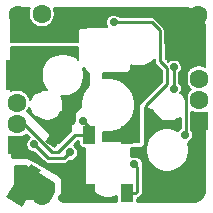
<source format=gbl>
G04 #@! TF.GenerationSoftware,KiCad,Pcbnew,(5.1.5)-3*
G04 #@! TF.CreationDate,2020-05-06T14:38:41+02:00*
G04 #@! TF.ProjectId,Cherry-Mx-Bitboard-Re-19.05mm,43686572-7279-42d4-9d78-2d426974626f,1*
G04 #@! TF.SameCoordinates,Original*
G04 #@! TF.FileFunction,Copper,L2,Bot*
G04 #@! TF.FilePolarity,Positive*
%FSLAX46Y46*%
G04 Gerber Fmt 4.6, Leading zero omitted, Abs format (unit mm)*
G04 Created by KiCad (PCBNEW (5.1.5)-3) date 2020-05-06 14:38:41*
%MOMM*%
%LPD*%
G04 APERTURE LIST*
%ADD10R,2.550000X2.500000*%
%ADD11C,1.600000*%
%ADD12C,0.100000*%
%ADD13R,1.000000X1.500000*%
%ADD14R,1.600000X1.600000*%
%ADD15C,0.700000*%
%ADD16C,0.300000*%
%ADD17C,0.250000*%
%ADD18C,0.254000*%
%ADD19C,0.200000*%
G04 APERTURE END LIST*
D10*
X85285000Y-51275000D03*
X98735000Y-48735000D03*
D11*
X89189223Y-54938357D03*
G04 #@! TA.AperFunction,ComponentPad*
D12*
G36*
X85339873Y-62469553D02*
G01*
X83990447Y-61609873D01*
X84850127Y-60260447D01*
X86199553Y-61120127D01*
X85339873Y-62469553D01*
G37*
G04 #@! TD.AperFunction*
D13*
X91033600Y-61239400D03*
X94233600Y-61239400D03*
X91033600Y-56339400D03*
X94233600Y-56339400D03*
G04 #@! TA.AperFunction,SMDPad,CuDef*
D12*
G36*
X86246366Y-60418422D02*
G01*
X85445144Y-59907987D01*
X86143634Y-58811578D01*
X86944856Y-59322013D01*
X86246366Y-60418422D01*
G37*
G04 #@! TD.AperFunction*
G04 #@! TA.AperFunction,SMDPad,CuDef*
G36*
X88153780Y-57424382D02*
G01*
X87352558Y-56913947D01*
X88051048Y-55817538D01*
X88852270Y-56327973D01*
X88153780Y-57424382D01*
G37*
G04 #@! TD.AperFunction*
D11*
X87045000Y-61515000D03*
X84963000Y-53615000D03*
D14*
X100345000Y-55165000D03*
D11*
X87045000Y-46115000D03*
X84963000Y-55415000D03*
X100345000Y-51565000D03*
D14*
X84963000Y-57215000D03*
D11*
X100345000Y-53365000D03*
X100245000Y-46215000D03*
X85045000Y-46215000D03*
D15*
X99145000Y-56315000D03*
X86395000Y-57115000D03*
X89395000Y-57815000D03*
X92670600Y-56339400D03*
X95445000Y-51215000D03*
X90545000Y-55165000D03*
X94895000Y-58815000D03*
X98245000Y-52415000D03*
X98245000Y-50615000D03*
X93145000Y-46815000D03*
X89545000Y-61715000D03*
X88745000Y-61715000D03*
X95845000Y-61215000D03*
X97845000Y-60615000D03*
X100045000Y-61015000D03*
D16*
X84963000Y-51647000D02*
X85310000Y-51300000D01*
X85471000Y-51139000D02*
X85310000Y-51300000D01*
X84995000Y-51565000D02*
X85285000Y-51275000D01*
D17*
X87758384Y-56276930D02*
X88102414Y-56620960D01*
X85285000Y-51275000D02*
X86020001Y-52010001D01*
X88102414Y-56620960D02*
X88102414Y-56025166D01*
X89189223Y-54938357D02*
X89189223Y-55534151D01*
X88102414Y-56620960D02*
X89189223Y-54938357D01*
X86845000Y-61365000D02*
X86945000Y-61465000D01*
X87045000Y-60465000D02*
X86195000Y-59615000D01*
X87045000Y-61515000D02*
X87045000Y-60465000D01*
X85045000Y-46165000D02*
X85045000Y-46437000D01*
X98735000Y-48189000D02*
X98735000Y-48735000D01*
X85217000Y-46282000D02*
X85217000Y-46609000D01*
X98609000Y-48861000D02*
X98735000Y-48735000D01*
X99220901Y-56239099D02*
X99145000Y-56315000D01*
X99220901Y-50720901D02*
X99220901Y-56239099D01*
X98735000Y-48735000D02*
X98735000Y-50235000D01*
X98735000Y-50235000D02*
X99220901Y-50720901D01*
X94185000Y-56388000D02*
X94233600Y-56339400D01*
X94233600Y-56339400D02*
X94233600Y-56089400D01*
X86395000Y-57115000D02*
X87595000Y-58315000D01*
X88895000Y-58315000D02*
X89195001Y-58014999D01*
X89195001Y-58014999D02*
X89395000Y-57815000D01*
X87595000Y-58315000D02*
X88895000Y-58315000D01*
X85260000Y-55415000D02*
X84963000Y-55415000D01*
X87935398Y-57815000D02*
X88395000Y-57815000D01*
X84963000Y-55415000D02*
X85535398Y-55415000D01*
X85535398Y-55415000D02*
X87935398Y-57815000D01*
X89870600Y-56339400D02*
X91033600Y-56339400D01*
X88395000Y-57815000D02*
X89870600Y-56339400D01*
X91033600Y-56339400D02*
X90283600Y-56339400D01*
X91033600Y-56339400D02*
X91033600Y-55653600D01*
X91033600Y-55653600D02*
X90545000Y-55165000D01*
X95094999Y-59014999D02*
X94895000Y-58815000D01*
X94983600Y-61239400D02*
X95094999Y-61128001D01*
X94233600Y-61239400D02*
X94983600Y-61239400D01*
X95094999Y-61128001D02*
X95094999Y-59014999D01*
X98245000Y-52415000D02*
X98245000Y-50615000D01*
X91033600Y-61239400D02*
X91559200Y-61765000D01*
X91559200Y-61765000D02*
X92645000Y-61765000D01*
X92645000Y-61765000D02*
X92645000Y-61765000D01*
X90283600Y-61239400D02*
X91033600Y-61239400D01*
X89895000Y-60850800D02*
X90283600Y-61239400D01*
X96345000Y-46815000D02*
X93639974Y-46815000D01*
X93639974Y-46815000D02*
X93145000Y-46815000D01*
X95895000Y-53815000D02*
X97645000Y-52065000D01*
X97645000Y-50713998D02*
X97028000Y-50096998D01*
X95895000Y-55815000D02*
X95895000Y-53815000D01*
X97645000Y-52065000D02*
X97645000Y-50713998D01*
X97028000Y-47498000D02*
X96345000Y-46815000D01*
X97028000Y-50096998D02*
X97028000Y-47498000D01*
D18*
G36*
X85949069Y-56538605D02*
G01*
X85931564Y-56550302D01*
X85830302Y-56651564D01*
X85750741Y-56770636D01*
X85695938Y-56902942D01*
X85668000Y-57043397D01*
X85668000Y-57186603D01*
X85695938Y-57327058D01*
X85750741Y-57459364D01*
X85830302Y-57578436D01*
X85931564Y-57679698D01*
X86050636Y-57759259D01*
X86182942Y-57814062D01*
X86323397Y-57842000D01*
X86412066Y-57842000D01*
X87222603Y-58652538D01*
X87238316Y-58671684D01*
X87314755Y-58734417D01*
X87401964Y-58781031D01*
X87496591Y-58809736D01*
X87570347Y-58817000D01*
X87570356Y-58817000D01*
X87594999Y-58819427D01*
X87619642Y-58817000D01*
X88870357Y-58817000D01*
X88895000Y-58819427D01*
X88919643Y-58817000D01*
X88919653Y-58817000D01*
X88993409Y-58809736D01*
X89088036Y-58781031D01*
X89175245Y-58734417D01*
X89251684Y-58671684D01*
X89267402Y-58652532D01*
X89377934Y-58542000D01*
X89466603Y-58542000D01*
X89607058Y-58514062D01*
X89739364Y-58459259D01*
X89858436Y-58379698D01*
X89959698Y-58278436D01*
X90039259Y-58159364D01*
X90094062Y-58027058D01*
X90122000Y-57886603D01*
X90122000Y-57743397D01*
X90094062Y-57602942D01*
X90039259Y-57470636D01*
X89959698Y-57351564D01*
X89858436Y-57250302D01*
X89745256Y-57174678D01*
X90078535Y-56841400D01*
X90154776Y-56841400D01*
X90154776Y-57089400D01*
X90162055Y-57163305D01*
X90183612Y-57234370D01*
X90218619Y-57299863D01*
X90265731Y-57357269D01*
X90323137Y-57404381D01*
X90388630Y-57439388D01*
X90459695Y-57460945D01*
X90533600Y-57468224D01*
X90609000Y-57468224D01*
X90609001Y-60381012D01*
X90606934Y-60402000D01*
X90615178Y-60485707D01*
X90639595Y-60566196D01*
X90679245Y-60640376D01*
X90732605Y-60705395D01*
X90797624Y-60758755D01*
X90871804Y-60798405D01*
X90952293Y-60822822D01*
X91015022Y-60829000D01*
X91015023Y-60829000D01*
X91036000Y-60831066D01*
X91056978Y-60829000D01*
X91098493Y-60829000D01*
X91187039Y-60961518D01*
X91448482Y-61222961D01*
X91755907Y-61428376D01*
X92097499Y-61569868D01*
X92460132Y-61642000D01*
X92829868Y-61642000D01*
X93192501Y-61569868D01*
X93354776Y-61502652D01*
X93354776Y-61933001D01*
X93163763Y-61933000D01*
X92126238Y-61933000D01*
X92126230Y-61933001D01*
X91888761Y-61932999D01*
X91851238Y-61932999D01*
X88780000Y-61933000D01*
X88780000Y-60315000D01*
X88761040Y-60160990D01*
X88719158Y-60043766D01*
X88655210Y-59936965D01*
X88571656Y-59844692D01*
X88471705Y-59770492D01*
X86446813Y-58555557D01*
X86347176Y-58492081D01*
X86307554Y-58472002D01*
X85971705Y-58270492D01*
X85888004Y-58228336D01*
X85768882Y-58192201D01*
X85645000Y-58180000D01*
X84527000Y-58180000D01*
X84527000Y-56508379D01*
X84619682Y-56546769D01*
X84847076Y-56592000D01*
X85078924Y-56592000D01*
X85306318Y-56546769D01*
X85520519Y-56458044D01*
X85713294Y-56329236D01*
X85726497Y-56316033D01*
X85949069Y-56538605D01*
G37*
X85949069Y-56538605D02*
X85931564Y-56550302D01*
X85830302Y-56651564D01*
X85750741Y-56770636D01*
X85695938Y-56902942D01*
X85668000Y-57043397D01*
X85668000Y-57186603D01*
X85695938Y-57327058D01*
X85750741Y-57459364D01*
X85830302Y-57578436D01*
X85931564Y-57679698D01*
X86050636Y-57759259D01*
X86182942Y-57814062D01*
X86323397Y-57842000D01*
X86412066Y-57842000D01*
X87222603Y-58652538D01*
X87238316Y-58671684D01*
X87314755Y-58734417D01*
X87401964Y-58781031D01*
X87496591Y-58809736D01*
X87570347Y-58817000D01*
X87570356Y-58817000D01*
X87594999Y-58819427D01*
X87619642Y-58817000D01*
X88870357Y-58817000D01*
X88895000Y-58819427D01*
X88919643Y-58817000D01*
X88919653Y-58817000D01*
X88993409Y-58809736D01*
X89088036Y-58781031D01*
X89175245Y-58734417D01*
X89251684Y-58671684D01*
X89267402Y-58652532D01*
X89377934Y-58542000D01*
X89466603Y-58542000D01*
X89607058Y-58514062D01*
X89739364Y-58459259D01*
X89858436Y-58379698D01*
X89959698Y-58278436D01*
X90039259Y-58159364D01*
X90094062Y-58027058D01*
X90122000Y-57886603D01*
X90122000Y-57743397D01*
X90094062Y-57602942D01*
X90039259Y-57470636D01*
X89959698Y-57351564D01*
X89858436Y-57250302D01*
X89745256Y-57174678D01*
X90078535Y-56841400D01*
X90154776Y-56841400D01*
X90154776Y-57089400D01*
X90162055Y-57163305D01*
X90183612Y-57234370D01*
X90218619Y-57299863D01*
X90265731Y-57357269D01*
X90323137Y-57404381D01*
X90388630Y-57439388D01*
X90459695Y-57460945D01*
X90533600Y-57468224D01*
X90609000Y-57468224D01*
X90609001Y-60381012D01*
X90606934Y-60402000D01*
X90615178Y-60485707D01*
X90639595Y-60566196D01*
X90679245Y-60640376D01*
X90732605Y-60705395D01*
X90797624Y-60758755D01*
X90871804Y-60798405D01*
X90952293Y-60822822D01*
X91015022Y-60829000D01*
X91015023Y-60829000D01*
X91036000Y-60831066D01*
X91056978Y-60829000D01*
X91098493Y-60829000D01*
X91187039Y-60961518D01*
X91448482Y-61222961D01*
X91755907Y-61428376D01*
X92097499Y-61569868D01*
X92460132Y-61642000D01*
X92829868Y-61642000D01*
X93192501Y-61569868D01*
X93354776Y-61502652D01*
X93354776Y-61933001D01*
X93163763Y-61933000D01*
X92126238Y-61933000D01*
X92126230Y-61933001D01*
X91888761Y-61932999D01*
X91851238Y-61932999D01*
X88780000Y-61933000D01*
X88780000Y-60315000D01*
X88761040Y-60160990D01*
X88719158Y-60043766D01*
X88655210Y-59936965D01*
X88571656Y-59844692D01*
X88471705Y-59770492D01*
X86446813Y-58555557D01*
X86347176Y-58492081D01*
X86307554Y-58472002D01*
X85971705Y-58270492D01*
X85888004Y-58228336D01*
X85768882Y-58192201D01*
X85645000Y-58180000D01*
X84527000Y-58180000D01*
X84527000Y-56508379D01*
X84619682Y-56546769D01*
X84847076Y-56592000D01*
X85078924Y-56592000D01*
X85306318Y-56546769D01*
X85520519Y-56458044D01*
X85713294Y-56329236D01*
X85726497Y-56316033D01*
X85949069Y-56538605D01*
G36*
X95796697Y-53959272D02*
G01*
X95831536Y-54024450D01*
X95878421Y-54081579D01*
X95935550Y-54128464D01*
X96000728Y-54163303D01*
X96071451Y-54184756D01*
X96145000Y-54192000D01*
X96396013Y-54192000D01*
X96400917Y-54216656D01*
X96504718Y-54467254D01*
X96655414Y-54692787D01*
X96847213Y-54884586D01*
X97072746Y-55035282D01*
X97323344Y-55139083D01*
X97589377Y-55192000D01*
X97860623Y-55192000D01*
X98126656Y-55139083D01*
X98377254Y-55035282D01*
X98408206Y-55014601D01*
X98503165Y-54995712D01*
X98718902Y-54906352D01*
X98718902Y-55725354D01*
X98681564Y-55750302D01*
X98580302Y-55851564D01*
X98542915Y-55907518D01*
X98534093Y-55901624D01*
X98192501Y-55760132D01*
X97829868Y-55688000D01*
X97460132Y-55688000D01*
X97097499Y-55760132D01*
X96755907Y-55901624D01*
X96448482Y-56107039D01*
X96187039Y-56368482D01*
X95981624Y-56675907D01*
X95840132Y-57017499D01*
X95768000Y-57380132D01*
X95768000Y-57749868D01*
X95840132Y-58112501D01*
X95981624Y-58454093D01*
X96187039Y-58761518D01*
X96448482Y-59022961D01*
X96755907Y-59228376D01*
X97097499Y-59369868D01*
X97460132Y-59442000D01*
X97829868Y-59442000D01*
X98192501Y-59369868D01*
X98534093Y-59228376D01*
X98841518Y-59022961D01*
X99102961Y-58761518D01*
X99308376Y-58454093D01*
X99449868Y-58112501D01*
X99522000Y-57749868D01*
X99522000Y-57380132D01*
X99449868Y-57017499D01*
X99435061Y-56981752D01*
X99489364Y-56959259D01*
X99608436Y-56879698D01*
X99709698Y-56778436D01*
X99789259Y-56659364D01*
X99844062Y-56527058D01*
X99872000Y-56386603D01*
X99872000Y-56243397D01*
X99844062Y-56102942D01*
X99789259Y-55970636D01*
X99722901Y-55871324D01*
X99722901Y-54364893D01*
X99787481Y-54408044D01*
X100001682Y-54496769D01*
X100229076Y-54542000D01*
X100460924Y-54542000D01*
X100688318Y-54496769D01*
X100763000Y-54465835D01*
X100763001Y-54796230D01*
X100763000Y-54796239D01*
X100763001Y-60246238D01*
X100763000Y-60813150D01*
X100760987Y-61015613D01*
X100742091Y-61208324D01*
X100692103Y-61373892D01*
X100610909Y-61526596D01*
X100501601Y-61660622D01*
X100368336Y-61770868D01*
X100216203Y-61853126D01*
X100050987Y-61904269D01*
X99860159Y-61924326D01*
X99142713Y-61933000D01*
X95112424Y-61933001D01*
X95112424Y-61724910D01*
X95176636Y-61705431D01*
X95263845Y-61658817D01*
X95340284Y-61596084D01*
X95356002Y-61576932D01*
X95432531Y-61500403D01*
X95451683Y-61484685D01*
X95514416Y-61408246D01*
X95561030Y-61321037D01*
X95589735Y-61226410D01*
X95596999Y-61152654D01*
X95596999Y-61152644D01*
X95599426Y-61128001D01*
X95596999Y-61103358D01*
X95596999Y-59039641D01*
X95599426Y-59014998D01*
X95598444Y-59005028D01*
X95622000Y-58886603D01*
X95622000Y-58743397D01*
X95594062Y-58602942D01*
X95539259Y-58470636D01*
X95459698Y-58351564D01*
X95358436Y-58250302D01*
X95239364Y-58170741D01*
X95107058Y-58115938D01*
X94966603Y-58088000D01*
X94823397Y-58088000D01*
X94682942Y-58115938D01*
X94638000Y-58134554D01*
X94638000Y-57468224D01*
X94733600Y-57468224D01*
X94807505Y-57460945D01*
X94869959Y-57442000D01*
X95395000Y-57442000D01*
X95468549Y-57434756D01*
X95539272Y-57413303D01*
X95604450Y-57378464D01*
X95661579Y-57331579D01*
X95708464Y-57274450D01*
X95743303Y-57209272D01*
X95764756Y-57138549D01*
X95772000Y-57065000D01*
X95772000Y-53971158D01*
X95793715Y-53949443D01*
X95796697Y-53959272D01*
G37*
X95796697Y-53959272D02*
X95831536Y-54024450D01*
X95878421Y-54081579D01*
X95935550Y-54128464D01*
X96000728Y-54163303D01*
X96071451Y-54184756D01*
X96145000Y-54192000D01*
X96396013Y-54192000D01*
X96400917Y-54216656D01*
X96504718Y-54467254D01*
X96655414Y-54692787D01*
X96847213Y-54884586D01*
X97072746Y-55035282D01*
X97323344Y-55139083D01*
X97589377Y-55192000D01*
X97860623Y-55192000D01*
X98126656Y-55139083D01*
X98377254Y-55035282D01*
X98408206Y-55014601D01*
X98503165Y-54995712D01*
X98718902Y-54906352D01*
X98718902Y-55725354D01*
X98681564Y-55750302D01*
X98580302Y-55851564D01*
X98542915Y-55907518D01*
X98534093Y-55901624D01*
X98192501Y-55760132D01*
X97829868Y-55688000D01*
X97460132Y-55688000D01*
X97097499Y-55760132D01*
X96755907Y-55901624D01*
X96448482Y-56107039D01*
X96187039Y-56368482D01*
X95981624Y-56675907D01*
X95840132Y-57017499D01*
X95768000Y-57380132D01*
X95768000Y-57749868D01*
X95840132Y-58112501D01*
X95981624Y-58454093D01*
X96187039Y-58761518D01*
X96448482Y-59022961D01*
X96755907Y-59228376D01*
X97097499Y-59369868D01*
X97460132Y-59442000D01*
X97829868Y-59442000D01*
X98192501Y-59369868D01*
X98534093Y-59228376D01*
X98841518Y-59022961D01*
X99102961Y-58761518D01*
X99308376Y-58454093D01*
X99449868Y-58112501D01*
X99522000Y-57749868D01*
X99522000Y-57380132D01*
X99449868Y-57017499D01*
X99435061Y-56981752D01*
X99489364Y-56959259D01*
X99608436Y-56879698D01*
X99709698Y-56778436D01*
X99789259Y-56659364D01*
X99844062Y-56527058D01*
X99872000Y-56386603D01*
X99872000Y-56243397D01*
X99844062Y-56102942D01*
X99789259Y-55970636D01*
X99722901Y-55871324D01*
X99722901Y-54364893D01*
X99787481Y-54408044D01*
X100001682Y-54496769D01*
X100229076Y-54542000D01*
X100460924Y-54542000D01*
X100688318Y-54496769D01*
X100763000Y-54465835D01*
X100763001Y-54796230D01*
X100763000Y-54796239D01*
X100763001Y-60246238D01*
X100763000Y-60813150D01*
X100760987Y-61015613D01*
X100742091Y-61208324D01*
X100692103Y-61373892D01*
X100610909Y-61526596D01*
X100501601Y-61660622D01*
X100368336Y-61770868D01*
X100216203Y-61853126D01*
X100050987Y-61904269D01*
X99860159Y-61924326D01*
X99142713Y-61933000D01*
X95112424Y-61933001D01*
X95112424Y-61724910D01*
X95176636Y-61705431D01*
X95263845Y-61658817D01*
X95340284Y-61596084D01*
X95356002Y-61576932D01*
X95432531Y-61500403D01*
X95451683Y-61484685D01*
X95514416Y-61408246D01*
X95561030Y-61321037D01*
X95589735Y-61226410D01*
X95596999Y-61152654D01*
X95596999Y-61152644D01*
X95599426Y-61128001D01*
X95596999Y-61103358D01*
X95596999Y-59039641D01*
X95599426Y-59014998D01*
X95598444Y-59005028D01*
X95622000Y-58886603D01*
X95622000Y-58743397D01*
X95594062Y-58602942D01*
X95539259Y-58470636D01*
X95459698Y-58351564D01*
X95358436Y-58250302D01*
X95239364Y-58170741D01*
X95107058Y-58115938D01*
X94966603Y-58088000D01*
X94823397Y-58088000D01*
X94682942Y-58115938D01*
X94638000Y-58134554D01*
X94638000Y-57468224D01*
X94733600Y-57468224D01*
X94807505Y-57460945D01*
X94869959Y-57442000D01*
X95395000Y-57442000D01*
X95468549Y-57434756D01*
X95539272Y-57413303D01*
X95604450Y-57378464D01*
X95661579Y-57331579D01*
X95708464Y-57274450D01*
X95743303Y-57209272D01*
X95764756Y-57138549D01*
X95772000Y-57065000D01*
X95772000Y-53971158D01*
X95793715Y-53949443D01*
X95796697Y-53959272D01*
G36*
X88018000Y-60386907D02*
G01*
X88018000Y-61049000D01*
X87979901Y-61087099D01*
X87872104Y-61248428D01*
X87797853Y-61427686D01*
X87760000Y-61617986D01*
X87760000Y-61675000D01*
X86154352Y-61675001D01*
X85448108Y-61654412D01*
X85285727Y-61638490D01*
X85168594Y-61603126D01*
X85060563Y-61545685D01*
X84965743Y-61468352D01*
X84887749Y-61374074D01*
X84829556Y-61266448D01*
X84793373Y-61149560D01*
X84777753Y-61000943D01*
X84784689Y-60299595D01*
X84785000Y-60296434D01*
X84785000Y-60268111D01*
X84785279Y-60239896D01*
X84785000Y-60236744D01*
X84785000Y-58942000D01*
X85609822Y-58942000D01*
X88018000Y-60386907D01*
G37*
X88018000Y-60386907D02*
X88018000Y-61049000D01*
X87979901Y-61087099D01*
X87872104Y-61248428D01*
X87797853Y-61427686D01*
X87760000Y-61617986D01*
X87760000Y-61675000D01*
X86154352Y-61675001D01*
X85448108Y-61654412D01*
X85285727Y-61638490D01*
X85168594Y-61603126D01*
X85060563Y-61545685D01*
X84965743Y-61468352D01*
X84887749Y-61374074D01*
X84829556Y-61266448D01*
X84793373Y-61149560D01*
X84777753Y-61000943D01*
X84784689Y-60299595D01*
X84785000Y-60296434D01*
X84785000Y-60268111D01*
X84785279Y-60239896D01*
X84785000Y-60236744D01*
X84785000Y-58942000D01*
X85609822Y-58942000D01*
X88018000Y-60386907D01*
D19*
G36*
X90704210Y-50770572D02*
G01*
X90724795Y-50838432D01*
X90758223Y-50900973D01*
X90803210Y-50955790D01*
X90858027Y-51000777D01*
X90920568Y-51034205D01*
X90988428Y-51054790D01*
X91041324Y-51060000D01*
X91045000Y-51060362D01*
X91045000Y-52148167D01*
X90850706Y-52342461D01*
X90597905Y-52720805D01*
X90423772Y-53141198D01*
X90335000Y-53587485D01*
X90335000Y-53983578D01*
X89574289Y-54744289D01*
X89561853Y-54759443D01*
X89552612Y-54776732D01*
X89546921Y-54795491D01*
X89545000Y-54815000D01*
X89545000Y-56049818D01*
X88533120Y-57061698D01*
X85809600Y-54338178D01*
X85825193Y-54322584D01*
X85946669Y-54140782D01*
X86000370Y-54011135D01*
X86028713Y-54153622D01*
X86116224Y-54364892D01*
X86243270Y-54555031D01*
X86404969Y-54716730D01*
X86595108Y-54843776D01*
X86806378Y-54931287D01*
X86907937Y-54951488D01*
X86944482Y-54975907D01*
X87182887Y-55074658D01*
X87435976Y-55125000D01*
X87694024Y-55125000D01*
X87947113Y-55074658D01*
X88185518Y-54975907D01*
X88400077Y-54832544D01*
X88582544Y-54650077D01*
X88725907Y-54435518D01*
X88824658Y-54197113D01*
X88875000Y-53944024D01*
X88875000Y-53685976D01*
X88824658Y-53432887D01*
X88725907Y-53194482D01*
X88652144Y-53084088D01*
X88656731Y-53085000D01*
X89013269Y-53085000D01*
X89362958Y-53015443D01*
X89692357Y-52879001D01*
X89988808Y-52680919D01*
X90240919Y-52428808D01*
X90439001Y-52132357D01*
X90575443Y-51802958D01*
X90645000Y-51453269D01*
X90645000Y-51096731D01*
X90575443Y-50747042D01*
X90562171Y-50715000D01*
X90698736Y-50715000D01*
X90704210Y-50770572D01*
G37*
X90704210Y-50770572D02*
X90724795Y-50838432D01*
X90758223Y-50900973D01*
X90803210Y-50955790D01*
X90858027Y-51000777D01*
X90920568Y-51034205D01*
X90988428Y-51054790D01*
X91041324Y-51060000D01*
X91045000Y-51060362D01*
X91045000Y-52148167D01*
X90850706Y-52342461D01*
X90597905Y-52720805D01*
X90423772Y-53141198D01*
X90335000Y-53587485D01*
X90335000Y-53983578D01*
X89574289Y-54744289D01*
X89561853Y-54759443D01*
X89552612Y-54776732D01*
X89546921Y-54795491D01*
X89545000Y-54815000D01*
X89545000Y-56049818D01*
X88533120Y-57061698D01*
X85809600Y-54338178D01*
X85825193Y-54322584D01*
X85946669Y-54140782D01*
X86000370Y-54011135D01*
X86028713Y-54153622D01*
X86116224Y-54364892D01*
X86243270Y-54555031D01*
X86404969Y-54716730D01*
X86595108Y-54843776D01*
X86806378Y-54931287D01*
X86907937Y-54951488D01*
X86944482Y-54975907D01*
X87182887Y-55074658D01*
X87435976Y-55125000D01*
X87694024Y-55125000D01*
X87947113Y-55074658D01*
X88185518Y-54975907D01*
X88400077Y-54832544D01*
X88582544Y-54650077D01*
X88725907Y-54435518D01*
X88824658Y-54197113D01*
X88875000Y-53944024D01*
X88875000Y-53685976D01*
X88824658Y-53432887D01*
X88725907Y-53194482D01*
X88652144Y-53084088D01*
X88656731Y-53085000D01*
X89013269Y-53085000D01*
X89362958Y-53015443D01*
X89692357Y-52879001D01*
X89988808Y-52680919D01*
X90240919Y-52428808D01*
X90439001Y-52132357D01*
X90575443Y-51802958D01*
X90645000Y-51453269D01*
X90645000Y-51096731D01*
X90575443Y-50747042D01*
X90562171Y-50715000D01*
X90698736Y-50715000D01*
X90704210Y-50770572D01*
G36*
X90145000Y-50025273D02*
G01*
X89988808Y-49869081D01*
X89692357Y-49670999D01*
X89362958Y-49534557D01*
X89013269Y-49465000D01*
X88656731Y-49465000D01*
X88307042Y-49534557D01*
X87977643Y-49670999D01*
X87681192Y-49869081D01*
X87429081Y-50121192D01*
X87230999Y-50417643D01*
X87094557Y-50747042D01*
X87025000Y-51096731D01*
X87025000Y-51453269D01*
X87094557Y-51802958D01*
X87230999Y-52132357D01*
X87429081Y-52428808D01*
X87505273Y-52505000D01*
X87435976Y-52505000D01*
X87182887Y-52555342D01*
X86944482Y-52654093D01*
X86907937Y-52678512D01*
X86806378Y-52698713D01*
X86595108Y-52786224D01*
X86404969Y-52913270D01*
X86243270Y-53074969D01*
X86116224Y-53265108D01*
X86054695Y-53413651D01*
X86030343Y-53291225D01*
X85946669Y-53089218D01*
X85825193Y-52907416D01*
X85670584Y-52752807D01*
X85488782Y-52631331D01*
X85286775Y-52547657D01*
X85072325Y-52505000D01*
X84853675Y-52505000D01*
X84639225Y-52547657D01*
X84460000Y-52621894D01*
X84460000Y-48915000D01*
X90145000Y-48915000D01*
X90145000Y-50025273D01*
G37*
X90145000Y-50025273D02*
X89988808Y-49869081D01*
X89692357Y-49670999D01*
X89362958Y-49534557D01*
X89013269Y-49465000D01*
X88656731Y-49465000D01*
X88307042Y-49534557D01*
X87977643Y-49670999D01*
X87681192Y-49869081D01*
X87429081Y-50121192D01*
X87230999Y-50417643D01*
X87094557Y-50747042D01*
X87025000Y-51096731D01*
X87025000Y-51453269D01*
X87094557Y-51802958D01*
X87230999Y-52132357D01*
X87429081Y-52428808D01*
X87505273Y-52505000D01*
X87435976Y-52505000D01*
X87182887Y-52555342D01*
X86944482Y-52654093D01*
X86907937Y-52678512D01*
X86806378Y-52698713D01*
X86595108Y-52786224D01*
X86404969Y-52913270D01*
X86243270Y-53074969D01*
X86116224Y-53265108D01*
X86054695Y-53413651D01*
X86030343Y-53291225D01*
X85946669Y-53089218D01*
X85825193Y-52907416D01*
X85670584Y-52752807D01*
X85488782Y-52631331D01*
X85286775Y-52547657D01*
X85072325Y-52505000D01*
X84853675Y-52505000D01*
X84639225Y-52547657D01*
X84460000Y-52621894D01*
X84460000Y-48915000D01*
X90145000Y-48915000D01*
X90145000Y-50025273D01*
G36*
X99826614Y-45653473D02*
G01*
X100032604Y-45673670D01*
X100210744Y-45727454D01*
X100375053Y-45814819D01*
X100519261Y-45932431D01*
X100637877Y-46075813D01*
X100726388Y-46239511D01*
X100781415Y-46417275D01*
X100802511Y-46617986D01*
X100830000Y-47321149D01*
X100830000Y-47749528D01*
X100830001Y-50564439D01*
X100668775Y-50497657D01*
X100454325Y-50455000D01*
X100235675Y-50455000D01*
X100021225Y-50497657D01*
X99819218Y-50581331D01*
X99637416Y-50702807D01*
X99482807Y-50857416D01*
X99361331Y-51039218D01*
X99277657Y-51241225D01*
X99235000Y-51455675D01*
X99235000Y-51674325D01*
X99277657Y-51888775D01*
X99361331Y-52090782D01*
X99482807Y-52272584D01*
X99637416Y-52427193D01*
X99693998Y-52465000D01*
X99637416Y-52502807D01*
X99482807Y-52657416D01*
X99361331Y-52839218D01*
X99277657Y-53041225D01*
X99235000Y-53255675D01*
X99235000Y-53412916D01*
X99173776Y-53265108D01*
X99046730Y-53074969D01*
X98885031Y-52913270D01*
X98761149Y-52830495D01*
X98829884Y-52727627D01*
X98879636Y-52607515D01*
X98905000Y-52480004D01*
X98905000Y-52349996D01*
X98879636Y-52222485D01*
X98829884Y-52102373D01*
X98757655Y-51994275D01*
X98680000Y-51916620D01*
X98680000Y-51113380D01*
X98757655Y-51035725D01*
X98829884Y-50927627D01*
X98879636Y-50807515D01*
X98905000Y-50680004D01*
X98905000Y-50549996D01*
X98879636Y-50422485D01*
X98829884Y-50302373D01*
X98757655Y-50194275D01*
X98665725Y-50102345D01*
X98557627Y-50030116D01*
X98437515Y-49980364D01*
X98310004Y-49955000D01*
X98179996Y-49955000D01*
X98052485Y-49980364D01*
X97932373Y-50030116D01*
X97824275Y-50102345D01*
X97736402Y-50190218D01*
X97705000Y-50158815D01*
X97705000Y-48815000D01*
X97699043Y-48754522D01*
X97681403Y-48696368D01*
X97652756Y-48642773D01*
X97614203Y-48595797D01*
X97567227Y-48557244D01*
X97513632Y-48528597D01*
X97463000Y-48513239D01*
X97463000Y-47519354D01*
X97465103Y-47498000D01*
X97463000Y-47476646D01*
X97463000Y-47476638D01*
X97456705Y-47412725D01*
X97431831Y-47330728D01*
X97391439Y-47255158D01*
X97337079Y-47188921D01*
X97320487Y-47175304D01*
X96667700Y-46522518D01*
X96654079Y-46505921D01*
X96587842Y-46451561D01*
X96512272Y-46411169D01*
X96430275Y-46386295D01*
X96366362Y-46380000D01*
X96366354Y-46380000D01*
X96345000Y-46377897D01*
X96323646Y-46380000D01*
X93643380Y-46380000D01*
X93565725Y-46302345D01*
X93457627Y-46230116D01*
X93337515Y-46180364D01*
X93210004Y-46155000D01*
X93079996Y-46155000D01*
X92952485Y-46180364D01*
X92832373Y-46230116D01*
X92724275Y-46302345D01*
X92632345Y-46394275D01*
X92560116Y-46502373D01*
X92510364Y-46622485D01*
X92485000Y-46749996D01*
X92485000Y-46880004D01*
X92510364Y-47007515D01*
X92560116Y-47127627D01*
X92585088Y-47165000D01*
X91076676Y-47165000D01*
X91059000Y-47163259D01*
X91041324Y-47165000D01*
X90988428Y-47170210D01*
X90920568Y-47190795D01*
X90858027Y-47224223D01*
X90803210Y-47269210D01*
X90765631Y-47315000D01*
X90245000Y-47315000D01*
X90225491Y-47316921D01*
X90206732Y-47322612D01*
X90189443Y-47331853D01*
X90174289Y-47344289D01*
X90161853Y-47359443D01*
X90152612Y-47376732D01*
X90146921Y-47395491D01*
X90145000Y-47415000D01*
X90145000Y-48505000D01*
X84460000Y-48505000D01*
X84460000Y-46600409D01*
X84479670Y-46399795D01*
X84533454Y-46221655D01*
X84620819Y-46057346D01*
X84738431Y-45913138D01*
X84881813Y-45794522D01*
X85045511Y-45706011D01*
X85223275Y-45650984D01*
X85422941Y-45629998D01*
X86044438Y-45630001D01*
X85977657Y-45791225D01*
X85935000Y-46005675D01*
X85935000Y-46224325D01*
X85977657Y-46438775D01*
X86061331Y-46640782D01*
X86182807Y-46822584D01*
X86337416Y-46977193D01*
X86519218Y-47098669D01*
X86721225Y-47182343D01*
X86935675Y-47225000D01*
X87154325Y-47225000D01*
X87368775Y-47182343D01*
X87570782Y-47098669D01*
X87752584Y-46977193D01*
X87907193Y-46822584D01*
X88028669Y-46640782D01*
X88112343Y-46438775D01*
X88155000Y-46224325D01*
X88155000Y-46005675D01*
X88112343Y-45791225D01*
X88045562Y-45630000D01*
X92129517Y-45629999D01*
X92129527Y-45630000D01*
X93160473Y-45630000D01*
X99139617Y-45629998D01*
X99826614Y-45653473D01*
G37*
X99826614Y-45653473D02*
X100032604Y-45673670D01*
X100210744Y-45727454D01*
X100375053Y-45814819D01*
X100519261Y-45932431D01*
X100637877Y-46075813D01*
X100726388Y-46239511D01*
X100781415Y-46417275D01*
X100802511Y-46617986D01*
X100830000Y-47321149D01*
X100830000Y-47749528D01*
X100830001Y-50564439D01*
X100668775Y-50497657D01*
X100454325Y-50455000D01*
X100235675Y-50455000D01*
X100021225Y-50497657D01*
X99819218Y-50581331D01*
X99637416Y-50702807D01*
X99482807Y-50857416D01*
X99361331Y-51039218D01*
X99277657Y-51241225D01*
X99235000Y-51455675D01*
X99235000Y-51674325D01*
X99277657Y-51888775D01*
X99361331Y-52090782D01*
X99482807Y-52272584D01*
X99637416Y-52427193D01*
X99693998Y-52465000D01*
X99637416Y-52502807D01*
X99482807Y-52657416D01*
X99361331Y-52839218D01*
X99277657Y-53041225D01*
X99235000Y-53255675D01*
X99235000Y-53412916D01*
X99173776Y-53265108D01*
X99046730Y-53074969D01*
X98885031Y-52913270D01*
X98761149Y-52830495D01*
X98829884Y-52727627D01*
X98879636Y-52607515D01*
X98905000Y-52480004D01*
X98905000Y-52349996D01*
X98879636Y-52222485D01*
X98829884Y-52102373D01*
X98757655Y-51994275D01*
X98680000Y-51916620D01*
X98680000Y-51113380D01*
X98757655Y-51035725D01*
X98829884Y-50927627D01*
X98879636Y-50807515D01*
X98905000Y-50680004D01*
X98905000Y-50549996D01*
X98879636Y-50422485D01*
X98829884Y-50302373D01*
X98757655Y-50194275D01*
X98665725Y-50102345D01*
X98557627Y-50030116D01*
X98437515Y-49980364D01*
X98310004Y-49955000D01*
X98179996Y-49955000D01*
X98052485Y-49980364D01*
X97932373Y-50030116D01*
X97824275Y-50102345D01*
X97736402Y-50190218D01*
X97705000Y-50158815D01*
X97705000Y-48815000D01*
X97699043Y-48754522D01*
X97681403Y-48696368D01*
X97652756Y-48642773D01*
X97614203Y-48595797D01*
X97567227Y-48557244D01*
X97513632Y-48528597D01*
X97463000Y-48513239D01*
X97463000Y-47519354D01*
X97465103Y-47498000D01*
X97463000Y-47476646D01*
X97463000Y-47476638D01*
X97456705Y-47412725D01*
X97431831Y-47330728D01*
X97391439Y-47255158D01*
X97337079Y-47188921D01*
X97320487Y-47175304D01*
X96667700Y-46522518D01*
X96654079Y-46505921D01*
X96587842Y-46451561D01*
X96512272Y-46411169D01*
X96430275Y-46386295D01*
X96366362Y-46380000D01*
X96366354Y-46380000D01*
X96345000Y-46377897D01*
X96323646Y-46380000D01*
X93643380Y-46380000D01*
X93565725Y-46302345D01*
X93457627Y-46230116D01*
X93337515Y-46180364D01*
X93210004Y-46155000D01*
X93079996Y-46155000D01*
X92952485Y-46180364D01*
X92832373Y-46230116D01*
X92724275Y-46302345D01*
X92632345Y-46394275D01*
X92560116Y-46502373D01*
X92510364Y-46622485D01*
X92485000Y-46749996D01*
X92485000Y-46880004D01*
X92510364Y-47007515D01*
X92560116Y-47127627D01*
X92585088Y-47165000D01*
X91076676Y-47165000D01*
X91059000Y-47163259D01*
X91041324Y-47165000D01*
X90988428Y-47170210D01*
X90920568Y-47190795D01*
X90858027Y-47224223D01*
X90803210Y-47269210D01*
X90765631Y-47315000D01*
X90245000Y-47315000D01*
X90225491Y-47316921D01*
X90206732Y-47322612D01*
X90189443Y-47331853D01*
X90174289Y-47344289D01*
X90161853Y-47359443D01*
X90152612Y-47376732D01*
X90146921Y-47395491D01*
X90145000Y-47415000D01*
X90145000Y-48505000D01*
X84460000Y-48505000D01*
X84460000Y-46600409D01*
X84479670Y-46399795D01*
X84533454Y-46221655D01*
X84620819Y-46057346D01*
X84738431Y-45913138D01*
X84881813Y-45794522D01*
X85045511Y-45706011D01*
X85223275Y-45650984D01*
X85422941Y-45629998D01*
X86044438Y-45630001D01*
X85977657Y-45791225D01*
X85935000Y-46005675D01*
X85935000Y-46224325D01*
X85977657Y-46438775D01*
X86061331Y-46640782D01*
X86182807Y-46822584D01*
X86337416Y-46977193D01*
X86519218Y-47098669D01*
X86721225Y-47182343D01*
X86935675Y-47225000D01*
X87154325Y-47225000D01*
X87368775Y-47182343D01*
X87570782Y-47098669D01*
X87752584Y-46977193D01*
X87907193Y-46822584D01*
X88028669Y-46640782D01*
X88112343Y-46438775D01*
X88155000Y-46224325D01*
X88155000Y-46005675D01*
X88112343Y-45791225D01*
X88045562Y-45630000D01*
X92129517Y-45629999D01*
X92129527Y-45630000D01*
X93160473Y-45630000D01*
X99139617Y-45629998D01*
X99826614Y-45653473D01*
G36*
X96593000Y-50075644D02*
G01*
X96590897Y-50096998D01*
X96593000Y-50118352D01*
X96593000Y-50118359D01*
X96599295Y-50182272D01*
X96624169Y-50264269D01*
X96664561Y-50339839D01*
X96718921Y-50406077D01*
X96735518Y-50419698D01*
X97210001Y-50894182D01*
X97210000Y-51858578D01*
X95324289Y-53744289D01*
X95311853Y-53759443D01*
X95302612Y-53776732D01*
X95296921Y-53795491D01*
X95295000Y-53815000D01*
X95295000Y-56965000D01*
X94459223Y-56965000D01*
X94411973Y-56926223D01*
X94349432Y-56892795D01*
X94281572Y-56872210D01*
X94228676Y-56867000D01*
X94211000Y-56865259D01*
X94193324Y-56867000D01*
X92245000Y-56867000D01*
X92245000Y-56090691D01*
X92417485Y-56125000D01*
X92872515Y-56125000D01*
X93318802Y-56036228D01*
X93739195Y-55862095D01*
X94117539Y-55609294D01*
X94439294Y-55287539D01*
X94692095Y-54909195D01*
X94866228Y-54488802D01*
X94955000Y-54042515D01*
X94955000Y-53587485D01*
X94866228Y-53141198D01*
X94692095Y-52720805D01*
X94439294Y-52342461D01*
X94117539Y-52020706D01*
X93739195Y-51767905D01*
X93318802Y-51593772D01*
X92872515Y-51505000D01*
X92417485Y-51505000D01*
X92245000Y-51539309D01*
X92245000Y-51060000D01*
X94216324Y-51060000D01*
X94234000Y-51061741D01*
X94251676Y-51060000D01*
X94304572Y-51054790D01*
X94372432Y-51034205D01*
X94434973Y-51000777D01*
X94489790Y-50955790D01*
X94534777Y-50900973D01*
X94568205Y-50838432D01*
X94588790Y-50770572D01*
X94595741Y-50700000D01*
X94594000Y-50682324D01*
X94594000Y-50449330D01*
X94657042Y-50475443D01*
X95006731Y-50545000D01*
X95363269Y-50545000D01*
X95712958Y-50475443D01*
X96042357Y-50339001D01*
X96338808Y-50140919D01*
X96590919Y-49888808D01*
X96593000Y-49885693D01*
X96593000Y-50075644D01*
G37*
X96593000Y-50075644D02*
X96590897Y-50096998D01*
X96593000Y-50118352D01*
X96593000Y-50118359D01*
X96599295Y-50182272D01*
X96624169Y-50264269D01*
X96664561Y-50339839D01*
X96718921Y-50406077D01*
X96735518Y-50419698D01*
X97210001Y-50894182D01*
X97210000Y-51858578D01*
X95324289Y-53744289D01*
X95311853Y-53759443D01*
X95302612Y-53776732D01*
X95296921Y-53795491D01*
X95295000Y-53815000D01*
X95295000Y-56965000D01*
X94459223Y-56965000D01*
X94411973Y-56926223D01*
X94349432Y-56892795D01*
X94281572Y-56872210D01*
X94228676Y-56867000D01*
X94211000Y-56865259D01*
X94193324Y-56867000D01*
X92245000Y-56867000D01*
X92245000Y-56090691D01*
X92417485Y-56125000D01*
X92872515Y-56125000D01*
X93318802Y-56036228D01*
X93739195Y-55862095D01*
X94117539Y-55609294D01*
X94439294Y-55287539D01*
X94692095Y-54909195D01*
X94866228Y-54488802D01*
X94955000Y-54042515D01*
X94955000Y-53587485D01*
X94866228Y-53141198D01*
X94692095Y-52720805D01*
X94439294Y-52342461D01*
X94117539Y-52020706D01*
X93739195Y-51767905D01*
X93318802Y-51593772D01*
X92872515Y-51505000D01*
X92417485Y-51505000D01*
X92245000Y-51539309D01*
X92245000Y-51060000D01*
X94216324Y-51060000D01*
X94234000Y-51061741D01*
X94251676Y-51060000D01*
X94304572Y-51054790D01*
X94372432Y-51034205D01*
X94434973Y-51000777D01*
X94489790Y-50955790D01*
X94534777Y-50900973D01*
X94568205Y-50838432D01*
X94588790Y-50770572D01*
X94595741Y-50700000D01*
X94594000Y-50682324D01*
X94594000Y-50449330D01*
X94657042Y-50475443D01*
X95006731Y-50545000D01*
X95363269Y-50545000D01*
X95712958Y-50475443D01*
X96042357Y-50339001D01*
X96338808Y-50140919D01*
X96590919Y-49888808D01*
X96593000Y-49885693D01*
X96593000Y-50075644D01*
M02*

</source>
